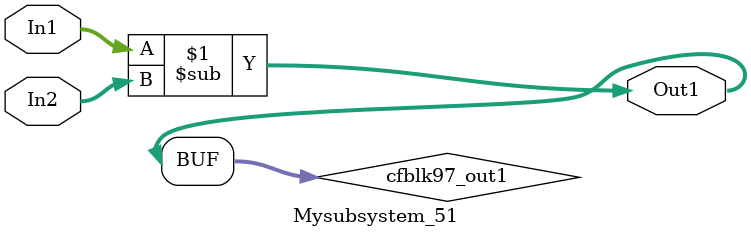
<source format=v>



`timescale 1 ns / 1 ns

module Mysubsystem_51
          (In1,
           In2,
           Out1);


  input   [7:0] In1;  // uint8
  input   [7:0] In2;  // uint8
  output  [7:0] Out1;  // uint8


  wire [7:0] cfblk97_out1;  // uint8


  assign cfblk97_out1 = In1 - In2;



  assign Out1 = cfblk97_out1;

endmodule  // Mysubsystem_51


</source>
